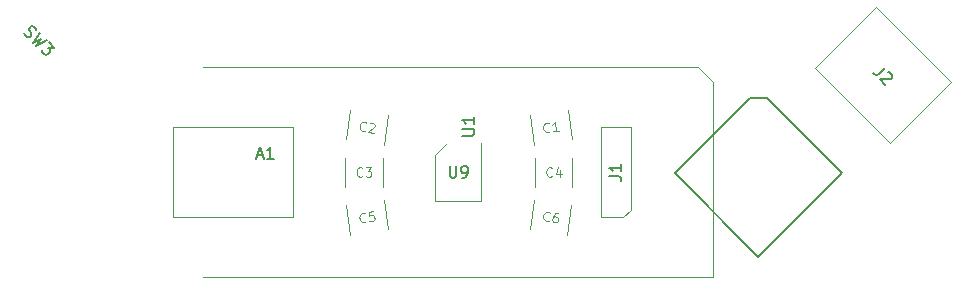
<source format=gbr>
G04 #@! TF.GenerationSoftware,KiCad,Pcbnew,8.0.6*
G04 #@! TF.CreationDate,2024-12-30T15:56:31-08:00*
G04 #@! TF.ProjectId,Jumperless23V50,4a756d70-6572-46c6-9573-733233563530,rev?*
G04 #@! TF.SameCoordinates,Original*
G04 #@! TF.FileFunction,AssemblyDrawing,Top*
%FSLAX46Y46*%
G04 Gerber Fmt 4.6, Leading zero omitted, Abs format (unit mm)*
G04 Created by KiCad (PCBNEW 8.0.6) date 2024-12-30 15:56:31*
%MOMM*%
%LPD*%
G01*
G04 APERTURE LIST*
%ADD10C,0.120000*%
%ADD11C,0.150000*%
%ADD12C,0.100000*%
G04 APERTURE END LIST*
D10*
X76818276Y-89650908D02*
X76775250Y-89683331D01*
X76775250Y-89683331D02*
X76656774Y-89705150D01*
X76656774Y-89705150D02*
X76581325Y-89694546D01*
X76581325Y-89694546D02*
X76473454Y-89640916D01*
X76473454Y-89640916D02*
X76408608Y-89554864D01*
X76408608Y-89554864D02*
X76381487Y-89474113D01*
X76381487Y-89474113D02*
X76364970Y-89317913D01*
X76364970Y-89317913D02*
X76380876Y-89204740D01*
X76380876Y-89204740D02*
X76439808Y-89059143D01*
X76439808Y-89059143D02*
X76488136Y-88988996D01*
X76488136Y-88988996D02*
X76574188Y-88924151D01*
X76574188Y-88924151D02*
X76692664Y-88902332D01*
X76692664Y-88902332D02*
X76768113Y-88912936D01*
X76768113Y-88912936D02*
X76875984Y-88966566D01*
X76875984Y-88966566D02*
X76908407Y-89009592D01*
X77598052Y-89029576D02*
X77447154Y-89008369D01*
X77447154Y-89008369D02*
X77366403Y-89035489D01*
X77366403Y-89035489D02*
X77323377Y-89067912D01*
X77323377Y-89067912D02*
X77232022Y-89170482D01*
X77232022Y-89170482D02*
X77173090Y-89316078D01*
X77173090Y-89316078D02*
X77130676Y-89617874D01*
X77130676Y-89617874D02*
X77157796Y-89698625D01*
X77157796Y-89698625D02*
X77190219Y-89741651D01*
X77190219Y-89741651D02*
X77260366Y-89789979D01*
X77260366Y-89789979D02*
X77411264Y-89811187D01*
X77411264Y-89811187D02*
X77492015Y-89784066D01*
X77492015Y-89784066D02*
X77535041Y-89751643D01*
X77535041Y-89751643D02*
X77583370Y-89681496D01*
X77583370Y-89681496D02*
X77609879Y-89492874D01*
X77609879Y-89492874D02*
X77582758Y-89412123D01*
X77582758Y-89412123D02*
X77550335Y-89369096D01*
X77550335Y-89369096D02*
X77480188Y-89320768D01*
X77480188Y-89320768D02*
X77329290Y-89299561D01*
X77329290Y-89299561D02*
X77248539Y-89326682D01*
X77248539Y-89326682D02*
X77205513Y-89359104D01*
X77205513Y-89359104D02*
X77157185Y-89429252D01*
D11*
X81969519Y-85892933D02*
X82683804Y-85892933D01*
X82683804Y-85892933D02*
X82826661Y-85940552D01*
X82826661Y-85940552D02*
X82921900Y-86035790D01*
X82921900Y-86035790D02*
X82969519Y-86178647D01*
X82969519Y-86178647D02*
X82969519Y-86273885D01*
X82969519Y-84892933D02*
X82969519Y-85464361D01*
X82969519Y-85178647D02*
X81969519Y-85178647D01*
X81969519Y-85178647D02*
X82112376Y-85273885D01*
X82112376Y-85273885D02*
X82207614Y-85369123D01*
X82207614Y-85369123D02*
X82255233Y-85464361D01*
X69513519Y-82452504D02*
X70323042Y-82452504D01*
X70323042Y-82452504D02*
X70418280Y-82404885D01*
X70418280Y-82404885D02*
X70465900Y-82357266D01*
X70465900Y-82357266D02*
X70513519Y-82262028D01*
X70513519Y-82262028D02*
X70513519Y-82071552D01*
X70513519Y-82071552D02*
X70465900Y-81976314D01*
X70465900Y-81976314D02*
X70418280Y-81928695D01*
X70418280Y-81928695D02*
X70323042Y-81881076D01*
X70323042Y-81881076D02*
X69513519Y-81881076D01*
X70513519Y-80881076D02*
X70513519Y-81452504D01*
X70513519Y-81166790D02*
X69513519Y-81166790D01*
X69513519Y-81166790D02*
X69656376Y-81262028D01*
X69656376Y-81262028D02*
X69751614Y-81357266D01*
X69751614Y-81357266D02*
X69799233Y-81452504D01*
X52124414Y-84133504D02*
X52600604Y-84133504D01*
X52029176Y-84419219D02*
X52362509Y-83419219D01*
X52362509Y-83419219D02*
X52695842Y-84419219D01*
X53552985Y-84419219D02*
X52981557Y-84419219D01*
X53267271Y-84419219D02*
X53267271Y-83419219D01*
X53267271Y-83419219D02*
X53172033Y-83562076D01*
X53172033Y-83562076D02*
X53076795Y-83657314D01*
X53076795Y-83657314D02*
X52981557Y-83704933D01*
D10*
X61045367Y-85862264D02*
X61007271Y-85900360D01*
X61007271Y-85900360D02*
X60892986Y-85938455D01*
X60892986Y-85938455D02*
X60816795Y-85938455D01*
X60816795Y-85938455D02*
X60702509Y-85900360D01*
X60702509Y-85900360D02*
X60626319Y-85824169D01*
X60626319Y-85824169D02*
X60588224Y-85747979D01*
X60588224Y-85747979D02*
X60550128Y-85595598D01*
X60550128Y-85595598D02*
X60550128Y-85481312D01*
X60550128Y-85481312D02*
X60588224Y-85328931D01*
X60588224Y-85328931D02*
X60626319Y-85252740D01*
X60626319Y-85252740D02*
X60702509Y-85176550D01*
X60702509Y-85176550D02*
X60816795Y-85138455D01*
X60816795Y-85138455D02*
X60892986Y-85138455D01*
X60892986Y-85138455D02*
X61007271Y-85176550D01*
X61007271Y-85176550D02*
X61045367Y-85214645D01*
X61312033Y-85138455D02*
X61807271Y-85138455D01*
X61807271Y-85138455D02*
X61540605Y-85443217D01*
X61540605Y-85443217D02*
X61654890Y-85443217D01*
X61654890Y-85443217D02*
X61731081Y-85481312D01*
X61731081Y-85481312D02*
X61769176Y-85519407D01*
X61769176Y-85519407D02*
X61807271Y-85595598D01*
X61807271Y-85595598D02*
X61807271Y-85786074D01*
X61807271Y-85786074D02*
X61769176Y-85862264D01*
X61769176Y-85862264D02*
X61731081Y-85900360D01*
X61731081Y-85900360D02*
X61654890Y-85938455D01*
X61654890Y-85938455D02*
X61426319Y-85938455D01*
X61426319Y-85938455D02*
X61350128Y-85900360D01*
X61350128Y-85900360D02*
X61312033Y-85862264D01*
X61260629Y-82030908D02*
X61217603Y-82063331D01*
X61217603Y-82063331D02*
X61099127Y-82085150D01*
X61099127Y-82085150D02*
X61023678Y-82074546D01*
X61023678Y-82074546D02*
X60915807Y-82020916D01*
X60915807Y-82020916D02*
X60850961Y-81934864D01*
X60850961Y-81934864D02*
X60823840Y-81854113D01*
X60823840Y-81854113D02*
X60807323Y-81697913D01*
X60807323Y-81697913D02*
X60823229Y-81584740D01*
X60823229Y-81584740D02*
X60882161Y-81439143D01*
X60882161Y-81439143D02*
X60930489Y-81368996D01*
X60930489Y-81368996D02*
X61016541Y-81304151D01*
X61016541Y-81304151D02*
X61135017Y-81282332D01*
X61135017Y-81282332D02*
X61210466Y-81292936D01*
X61210466Y-81292936D02*
X61318337Y-81346566D01*
X61318337Y-81346566D02*
X61350760Y-81389592D01*
X61652556Y-81432007D02*
X61695582Y-81399584D01*
X61695582Y-81399584D02*
X61776333Y-81372463D01*
X61776333Y-81372463D02*
X61964956Y-81398972D01*
X61964956Y-81398972D02*
X62035103Y-81447300D01*
X62035103Y-81447300D02*
X62067526Y-81490327D01*
X62067526Y-81490327D02*
X62094646Y-81571078D01*
X62094646Y-81571078D02*
X62084043Y-81646527D01*
X62084043Y-81646527D02*
X62030413Y-81754398D01*
X62030413Y-81754398D02*
X61514097Y-82143470D01*
X61514097Y-82143470D02*
X62004515Y-82212394D01*
D11*
X32406741Y-73787544D02*
X32474084Y-73922231D01*
X32474084Y-73922231D02*
X32642443Y-74090589D01*
X32642443Y-74090589D02*
X32743458Y-74124261D01*
X32743458Y-74124261D02*
X32810802Y-74124261D01*
X32810802Y-74124261D02*
X32911817Y-74090589D01*
X32911817Y-74090589D02*
X32979161Y-74023246D01*
X32979161Y-74023246D02*
X33012832Y-73922231D01*
X33012832Y-73922231D02*
X33012832Y-73854887D01*
X33012832Y-73854887D02*
X32979161Y-73753872D01*
X32979161Y-73753872D02*
X32878145Y-73585513D01*
X32878145Y-73585513D02*
X32844474Y-73484498D01*
X32844474Y-73484498D02*
X32844474Y-73417154D01*
X32844474Y-73417154D02*
X32878145Y-73316139D01*
X32878145Y-73316139D02*
X32945489Y-73248796D01*
X32945489Y-73248796D02*
X33046504Y-73215124D01*
X33046504Y-73215124D02*
X33113848Y-73215124D01*
X33113848Y-73215124D02*
X33214863Y-73248796D01*
X33214863Y-73248796D02*
X33383222Y-73417154D01*
X33383222Y-73417154D02*
X33450565Y-73551841D01*
X33719939Y-73753872D02*
X33181191Y-74629338D01*
X33181191Y-74629338D02*
X33820955Y-74258948D01*
X33820955Y-74258948D02*
X33450565Y-74898712D01*
X33450565Y-74898712D02*
X34326031Y-74359964D01*
X34528061Y-74561994D02*
X34965794Y-74999727D01*
X34965794Y-74999727D02*
X34460718Y-75033398D01*
X34460718Y-75033398D02*
X34561733Y-75134414D01*
X34561733Y-75134414D02*
X34595405Y-75235429D01*
X34595405Y-75235429D02*
X34595405Y-75302772D01*
X34595405Y-75302772D02*
X34561733Y-75403788D01*
X34561733Y-75403788D02*
X34393374Y-75572146D01*
X34393374Y-75572146D02*
X34292359Y-75605818D01*
X34292359Y-75605818D02*
X34225015Y-75605818D01*
X34225015Y-75605818D02*
X34124000Y-75572146D01*
X34124000Y-75572146D02*
X33921970Y-75370116D01*
X33921970Y-75370116D02*
X33888298Y-75269101D01*
X33888298Y-75269101D02*
X33888298Y-75201757D01*
D10*
X77111014Y-85862264D02*
X77072918Y-85900360D01*
X77072918Y-85900360D02*
X76958633Y-85938455D01*
X76958633Y-85938455D02*
X76882442Y-85938455D01*
X76882442Y-85938455D02*
X76768156Y-85900360D01*
X76768156Y-85900360D02*
X76691966Y-85824169D01*
X76691966Y-85824169D02*
X76653871Y-85747979D01*
X76653871Y-85747979D02*
X76615775Y-85595598D01*
X76615775Y-85595598D02*
X76615775Y-85481312D01*
X76615775Y-85481312D02*
X76653871Y-85328931D01*
X76653871Y-85328931D02*
X76691966Y-85252740D01*
X76691966Y-85252740D02*
X76768156Y-85176550D01*
X76768156Y-85176550D02*
X76882442Y-85138455D01*
X76882442Y-85138455D02*
X76958633Y-85138455D01*
X76958633Y-85138455D02*
X77072918Y-85176550D01*
X77072918Y-85176550D02*
X77111014Y-85214645D01*
X77796728Y-85405121D02*
X77796728Y-85938455D01*
X77606252Y-85100360D02*
X77415775Y-85671788D01*
X77415775Y-85671788D02*
X77911014Y-85671788D01*
D11*
X105295898Y-76723796D02*
X104790822Y-77228872D01*
X104790822Y-77228872D02*
X104656135Y-77296216D01*
X104656135Y-77296216D02*
X104521448Y-77296216D01*
X104521448Y-77296216D02*
X104386761Y-77228872D01*
X104386761Y-77228872D02*
X104319417Y-77161529D01*
X105531601Y-77094185D02*
X105598944Y-77094185D01*
X105598944Y-77094185D02*
X105699959Y-77127857D01*
X105699959Y-77127857D02*
X105868318Y-77296216D01*
X105868318Y-77296216D02*
X105901990Y-77397231D01*
X105901990Y-77397231D02*
X105901990Y-77464575D01*
X105901990Y-77464575D02*
X105868318Y-77565590D01*
X105868318Y-77565590D02*
X105800975Y-77632933D01*
X105800975Y-77632933D02*
X105666288Y-77700277D01*
X105666288Y-77700277D02*
X104858166Y-77700277D01*
X104858166Y-77700277D02*
X105295898Y-78138010D01*
D10*
X61340699Y-89688021D02*
X61308277Y-89731047D01*
X61308277Y-89731047D02*
X61200405Y-89784677D01*
X61200405Y-89784677D02*
X61124956Y-89795281D01*
X61124956Y-89795281D02*
X61006481Y-89773462D01*
X61006481Y-89773462D02*
X60920428Y-89708617D01*
X60920428Y-89708617D02*
X60872100Y-89638470D01*
X60872100Y-89638470D02*
X60813168Y-89492873D01*
X60813168Y-89492873D02*
X60797263Y-89379700D01*
X60797263Y-89379700D02*
X60813780Y-89223500D01*
X60813780Y-89223500D02*
X60840901Y-89142749D01*
X60840901Y-89142749D02*
X60905746Y-89056697D01*
X60905746Y-89056697D02*
X61013618Y-89003067D01*
X61013618Y-89003067D02*
X61089067Y-88992463D01*
X61089067Y-88992463D02*
X61207542Y-89014282D01*
X61207542Y-89014282D02*
X61250568Y-89046705D01*
X61956730Y-88870521D02*
X61579485Y-88923539D01*
X61579485Y-88923539D02*
X61594779Y-89306086D01*
X61594779Y-89306086D02*
X61627201Y-89263060D01*
X61627201Y-89263060D02*
X61697349Y-89214731D01*
X61697349Y-89214731D02*
X61885971Y-89188222D01*
X61885971Y-89188222D02*
X61966722Y-89215343D01*
X61966722Y-89215343D02*
X62009748Y-89247766D01*
X62009748Y-89247766D02*
X62058076Y-89317913D01*
X62058076Y-89317913D02*
X62084586Y-89506535D01*
X62084586Y-89506535D02*
X62057465Y-89587286D01*
X62057465Y-89587286D02*
X62025042Y-89630313D01*
X62025042Y-89630313D02*
X61954895Y-89678641D01*
X61954895Y-89678641D02*
X61766272Y-89705150D01*
X61766272Y-89705150D02*
X61685522Y-89678029D01*
X61685522Y-89678029D02*
X61642495Y-89645606D01*
D11*
X68433033Y-85030166D02*
X68433033Y-85823500D01*
X68433033Y-85823500D02*
X68479700Y-85916833D01*
X68479700Y-85916833D02*
X68526366Y-85963500D01*
X68526366Y-85963500D02*
X68619700Y-86010166D01*
X68619700Y-86010166D02*
X68806366Y-86010166D01*
X68806366Y-86010166D02*
X68899700Y-85963500D01*
X68899700Y-85963500D02*
X68946366Y-85916833D01*
X68946366Y-85916833D02*
X68993033Y-85823500D01*
X68993033Y-85823500D02*
X68993033Y-85030166D01*
X69506367Y-86010166D02*
X69693033Y-86010166D01*
X69693033Y-86010166D02*
X69786367Y-85963500D01*
X69786367Y-85963500D02*
X69833033Y-85916833D01*
X69833033Y-85916833D02*
X69926367Y-85776833D01*
X69926367Y-85776833D02*
X69973033Y-85590166D01*
X69973033Y-85590166D02*
X69973033Y-85216833D01*
X69973033Y-85216833D02*
X69926367Y-85123500D01*
X69926367Y-85123500D02*
X69879700Y-85076833D01*
X69879700Y-85076833D02*
X69786367Y-85030166D01*
X69786367Y-85030166D02*
X69599700Y-85030166D01*
X69599700Y-85030166D02*
X69506367Y-85076833D01*
X69506367Y-85076833D02*
X69459700Y-85123500D01*
X69459700Y-85123500D02*
X69413033Y-85216833D01*
X69413033Y-85216833D02*
X69413033Y-85450166D01*
X69413033Y-85450166D02*
X69459700Y-85543500D01*
X69459700Y-85543500D02*
X69506367Y-85590166D01*
X69506367Y-85590166D02*
X69599700Y-85636833D01*
X69599700Y-85636833D02*
X69786367Y-85636833D01*
X69786367Y-85636833D02*
X69879700Y-85590166D01*
X69879700Y-85590166D02*
X69926367Y-85543500D01*
X69926367Y-85543500D02*
X69973033Y-85450166D01*
D10*
X76898346Y-82068021D02*
X76865924Y-82111047D01*
X76865924Y-82111047D02*
X76758052Y-82164677D01*
X76758052Y-82164677D02*
X76682603Y-82175281D01*
X76682603Y-82175281D02*
X76564128Y-82153462D01*
X76564128Y-82153462D02*
X76478075Y-82088617D01*
X76478075Y-82088617D02*
X76429747Y-82018470D01*
X76429747Y-82018470D02*
X76370815Y-81872873D01*
X76370815Y-81872873D02*
X76354910Y-81759700D01*
X76354910Y-81759700D02*
X76371427Y-81603500D01*
X76371427Y-81603500D02*
X76398548Y-81522749D01*
X76398548Y-81522749D02*
X76463393Y-81436697D01*
X76463393Y-81436697D02*
X76571265Y-81383067D01*
X76571265Y-81383067D02*
X76646714Y-81372463D01*
X76646714Y-81372463D02*
X76765189Y-81394282D01*
X76765189Y-81394282D02*
X76808215Y-81426705D01*
X77663440Y-82037433D02*
X77210746Y-82101055D01*
X77437093Y-82069244D02*
X77325754Y-81277030D01*
X77325754Y-81277030D02*
X77266211Y-81400807D01*
X77266211Y-81400807D02*
X77201366Y-81486860D01*
X77201366Y-81486860D02*
X77131218Y-81535188D01*
D12*
X75218088Y-90397810D02*
X75566021Y-87922140D01*
X78734879Y-88367491D02*
X78386946Y-90843164D01*
X81244700Y-81749600D02*
X83784700Y-81749600D01*
X81244700Y-89369600D02*
X81244700Y-81749600D01*
X83149700Y-89369600D02*
X81244700Y-89369600D01*
X83784700Y-81749600D02*
X83784700Y-88734600D01*
X83784700Y-88734600D02*
X83149700Y-89369600D01*
X45049700Y-81698400D02*
X55209700Y-81698400D01*
X45049700Y-89318400D02*
X45049700Y-81698400D01*
X47589700Y-76618400D02*
X89499700Y-76618400D01*
X55209700Y-81698400D02*
X55209700Y-89318400D01*
X55209700Y-89318400D02*
X45049700Y-89318400D01*
X89499700Y-76618400D02*
X90769700Y-77888400D01*
X90769700Y-77888400D02*
X90769700Y-94398400D01*
X90769700Y-94398400D02*
X47589700Y-94398400D01*
X59564700Y-86824600D02*
X59564700Y-84324600D01*
X62764700Y-84324600D02*
X62764700Y-86824600D01*
X59688168Y-82781709D02*
X60036101Y-80306036D01*
X63204959Y-80751390D02*
X62857026Y-83227060D01*
D11*
X87508632Y-85625400D02*
X94579700Y-92696468D01*
X93872593Y-79261439D02*
X87508632Y-85625400D01*
X94579700Y-92696468D02*
X101650768Y-85625400D01*
X95286807Y-79261439D02*
X93872593Y-79261439D01*
X101650768Y-85625400D02*
X95286807Y-79261439D01*
D12*
X75630347Y-86824600D02*
X75630347Y-84324600D01*
X78830347Y-84324600D02*
X78830347Y-86824600D01*
X99404393Y-76765172D02*
X104566272Y-71603293D01*
X105725928Y-83086707D02*
X99404393Y-76765172D01*
X105725928Y-83086707D02*
X110887807Y-77924828D01*
X110887807Y-77924828D02*
X104566272Y-71603293D01*
X60036101Y-90843164D02*
X59688168Y-88367491D01*
X62857026Y-87922140D02*
X63204959Y-90397810D01*
X67204300Y-84089600D02*
X68179300Y-83114600D01*
X67204300Y-88014600D02*
X67204300Y-84089600D01*
X71104300Y-83114600D02*
X71104300Y-88014600D01*
X71104300Y-88014600D02*
X67204300Y-88014600D01*
X75593748Y-83223164D02*
X75245815Y-80747491D01*
X78414673Y-80302140D02*
X78762606Y-82777810D01*
M02*

</source>
